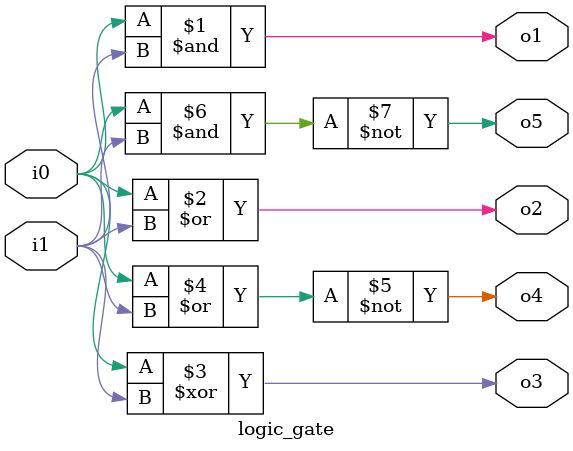
<source format=v>
`timescale 1ns / 1ps


module logic_gate(i0, i1, o1, o2, o3, o4, o5);

input i0, i1;
output o1, o2, o3, o4, o5;

assign o1 = i0 & i1;
assign o2 = i0 | i1;
assign o3 = i0 ^ i1;
assign o4 = ~(i0 | i1);
assign o5 = ~(i0 & i1);

endmodule

</source>
